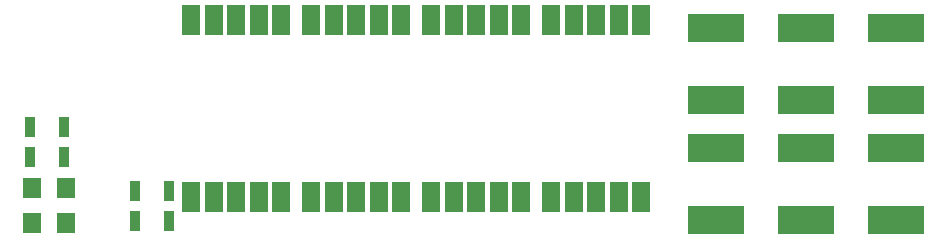
<source format=gbr>
G04 #@! TF.FileFunction,Paste,Top*
%FSLAX46Y46*%
G04 Gerber Fmt 4.6, Leading zero omitted, Abs format (unit mm)*
G04 Created by KiCad (PCBNEW 4.0.5+dfsg1-4) date Sat Sep  8 16:31:07 2018*
%MOMM*%
%LPD*%
G01*
G04 APERTURE LIST*
%ADD10C,0.100000*%
%ADD11R,1.600000X2.500000*%
%ADD12R,1.597660X1.800860*%
%ADD13R,0.900000X1.700000*%
%ADD14R,4.700000X2.450000*%
G04 APERTURE END LIST*
D10*
D11*
X90170000Y-25520000D03*
X88270000Y-25520000D03*
X86370000Y-25520000D03*
X92070000Y-25520000D03*
X93970000Y-25520000D03*
X90170000Y-40520000D03*
X88270000Y-40520000D03*
X86370000Y-40520000D03*
X92070000Y-40520000D03*
X93970000Y-40520000D03*
X80010000Y-25520000D03*
X78110000Y-25520000D03*
X76210000Y-25520000D03*
X81910000Y-25520000D03*
X83810000Y-25520000D03*
X80010000Y-40520000D03*
X78110000Y-40520000D03*
X76210000Y-40520000D03*
X81910000Y-40520000D03*
X83810000Y-40520000D03*
X69850000Y-25520000D03*
X67950000Y-25520000D03*
X66050000Y-25520000D03*
X71750000Y-25520000D03*
X73650000Y-25520000D03*
X69850000Y-40520000D03*
X67950000Y-40520000D03*
X66050000Y-40520000D03*
X71750000Y-40520000D03*
X73650000Y-40520000D03*
X59690000Y-25520000D03*
X57790000Y-25520000D03*
X55890000Y-25520000D03*
X61590000Y-25520000D03*
X63490000Y-25520000D03*
X59690000Y-40520000D03*
X57790000Y-40520000D03*
X55890000Y-40520000D03*
X61590000Y-40520000D03*
X63490000Y-40520000D03*
D12*
X42395140Y-39751000D03*
X45234860Y-39751000D03*
X42395140Y-42672000D03*
X45234860Y-42672000D03*
D13*
X54028000Y-40005000D03*
X51128000Y-40005000D03*
X54028000Y-42545000D03*
X51128000Y-42545000D03*
X45138000Y-37084000D03*
X42238000Y-37084000D03*
X45138000Y-34544000D03*
X42238000Y-34544000D03*
D14*
X100330000Y-32258000D03*
X100330000Y-26162000D03*
X107950000Y-32258000D03*
X107950000Y-26162000D03*
X115570000Y-32258000D03*
X115570000Y-26162000D03*
X115570000Y-36322000D03*
X115570000Y-42418000D03*
X107950000Y-36322000D03*
X107950000Y-42418000D03*
X100330000Y-36322000D03*
X100330000Y-42418000D03*
M02*

</source>
